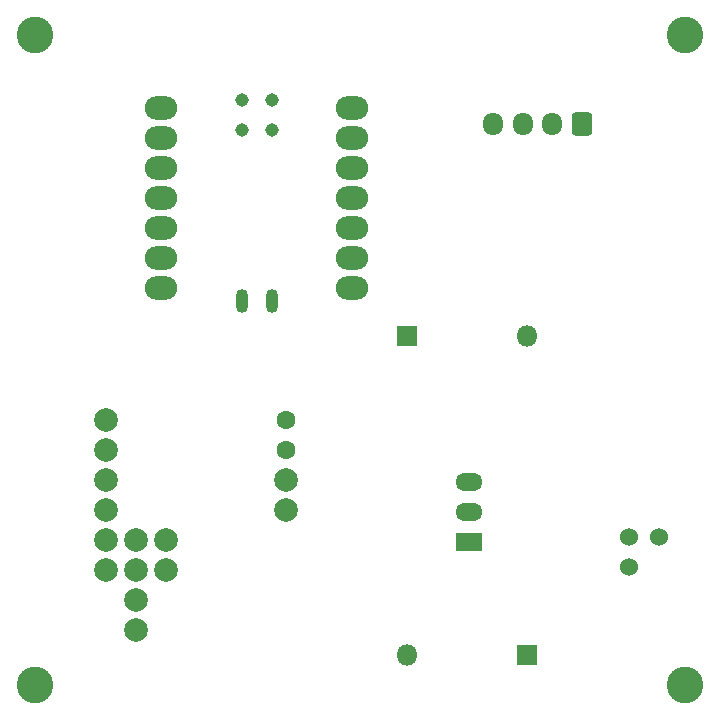
<source format=gbr>
G04 #@! TF.GenerationSoftware,KiCad,Pcbnew,7.0.7*
G04 #@! TF.CreationDate,2023-10-31T18:13:57+09:00*
G04 #@! TF.ProjectId,PCB_OnlyServo,5043425f-4f6e-46c7-9953-6572766f2e6b,rev?*
G04 #@! TF.SameCoordinates,Original*
G04 #@! TF.FileFunction,Soldermask,Top*
G04 #@! TF.FilePolarity,Negative*
%FSLAX46Y46*%
G04 Gerber Fmt 4.6, Leading zero omitted, Abs format (unit mm)*
G04 Created by KiCad (PCBNEW 7.0.7) date 2023-10-31 18:13:57*
%MOMM*%
%LPD*%
G01*
G04 APERTURE LIST*
G04 Aperture macros list*
%AMRoundRect*
0 Rectangle with rounded corners*
0 $1 Rounding radius*
0 $2 $3 $4 $5 $6 $7 $8 $9 X,Y pos of 4 corners*
0 Add a 4 corners polygon primitive as box body*
4,1,4,$2,$3,$4,$5,$6,$7,$8,$9,$2,$3,0*
0 Add four circle primitives for the rounded corners*
1,1,$1+$1,$2,$3*
1,1,$1+$1,$4,$5*
1,1,$1+$1,$6,$7*
1,1,$1+$1,$8,$9*
0 Add four rect primitives between the rounded corners*
20,1,$1+$1,$2,$3,$4,$5,0*
20,1,$1+$1,$4,$5,$6,$7,0*
20,1,$1+$1,$6,$7,$8,$9,0*
20,1,$1+$1,$8,$9,$2,$3,0*%
G04 Aperture macros list end*
%ADD10R,2.300000X1.500000*%
%ADD11O,2.300000X1.500000*%
%ADD12C,1.524000*%
%ADD13C,2.000000*%
%ADD14C,1.600000*%
%ADD15O,2.748280X1.998980*%
%ADD16O,1.016000X2.032000*%
%ADD17C,1.143000*%
%ADD18RoundRect,0.250000X0.600000X0.725000X-0.600000X0.725000X-0.600000X-0.725000X0.600000X-0.725000X0*%
%ADD19O,1.700000X1.950000*%
%ADD20C,3.100000*%
%ADD21R,1.800000X1.800000*%
%ADD22O,1.800000X1.800000*%
G04 APERTURE END LIST*
D10*
X149207500Y-95447000D03*
D11*
X149207500Y-92907000D03*
X149207500Y-90367000D03*
D12*
X165270000Y-95000000D03*
X162730000Y-95000000D03*
X162730000Y-97540000D03*
D13*
X118500000Y-85070000D03*
X118500000Y-87610000D03*
X118500000Y-90150000D03*
X118500000Y-92690000D03*
X133740000Y-92690000D03*
X133740000Y-90150000D03*
D14*
X133740000Y-87610000D03*
X133740000Y-85070000D03*
D13*
X118500000Y-95230000D03*
X121040000Y-95230000D03*
X123580000Y-95230000D03*
X118500000Y-97770000D03*
X121040000Y-97770000D03*
X123580000Y-97770000D03*
X121040000Y-100310000D03*
X121040000Y-102850000D03*
D15*
X123133120Y-58682180D03*
X123133120Y-61222180D03*
X123133120Y-63762180D03*
X123133120Y-66302180D03*
X123133120Y-68842180D03*
X123133120Y-71382180D03*
X123133120Y-73922180D03*
X139297680Y-73922180D03*
X139297680Y-71382180D03*
X139297680Y-68842180D03*
X139297680Y-66302180D03*
X139297680Y-63762180D03*
X139297680Y-61222180D03*
X139297680Y-58682180D03*
D16*
X130000000Y-75000000D03*
X132550000Y-75000000D03*
D17*
X129998803Y-57995813D03*
X132538803Y-57995813D03*
X129998803Y-60535813D03*
X132538803Y-60535813D03*
D18*
X158750000Y-60000000D03*
D19*
X156250000Y-60000000D03*
X153750000Y-60000000D03*
X151250000Y-60000000D03*
D20*
X112500000Y-107500000D03*
X112500000Y-52500000D03*
D21*
X143920000Y-78000000D03*
D22*
X154080000Y-78000000D03*
D20*
X167500000Y-52500000D03*
X167500000Y-107500000D03*
D21*
X154080000Y-105000000D03*
D22*
X143920000Y-105000000D03*
M02*

</source>
